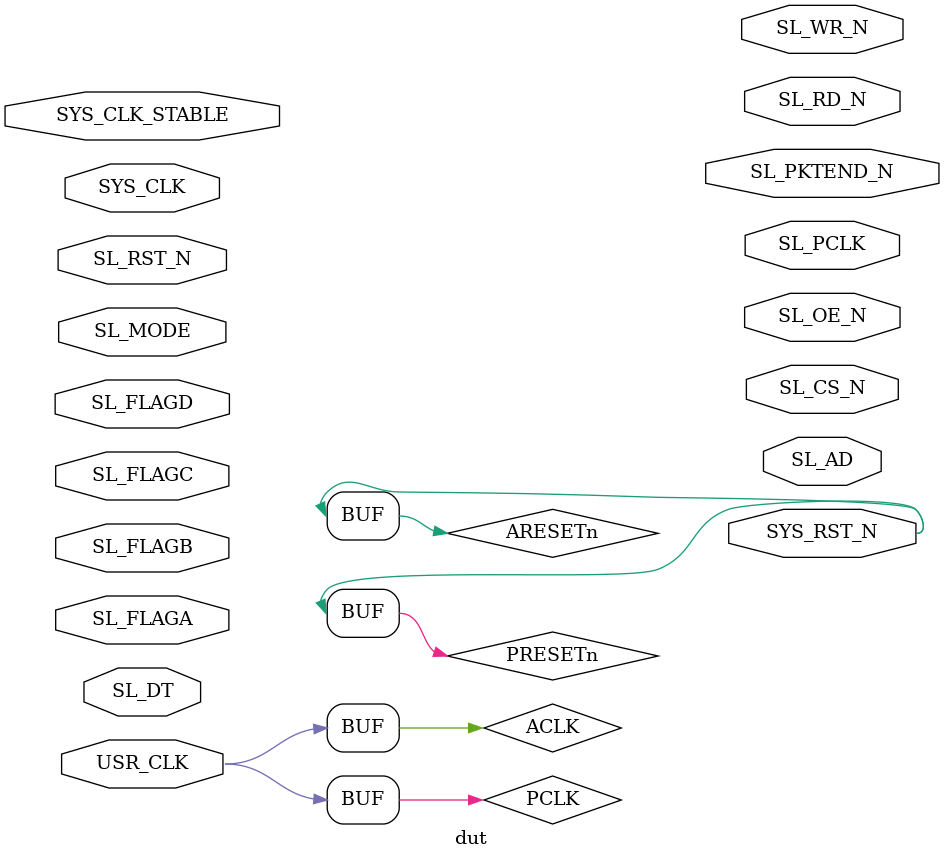
<source format=v>
`include "amba_axi_m8s2.v"
`include "axi_to_apb_s5.v"
`include "dpu_configuration.v"

module dut
     #(parameter FPGA_FAMILY       ="ZYNQ7000"
               , P_DATA_TYPE       ="INTEGER" // "INTEGER", "FLOATING_POINT", "FIXED_POINT"
               , P_DATA_WIDTH      = 32
               `ifdef DATA_FIXED_POINT
               , P_DATA_WIDTH_Q    = P_DATA_WIDTH/2
               `endif
               , P_AXI_WIDTH_AD    =32 // AMBA AXI address width
               , P_AXI_WIDTH_DA    =32 // AMBA AXI data width
               , P_ADDR_BASE_MEM   =32'h0000_0000, P_SIZE_MEM   =(16*1024)
               , P_ADDR_BASE_CONF  =32'hC000_0000, P_SIZE_CONF  =( 4*1024)
               , P_ADDR_BASE_CONV  =32'hC000_1000, P_SIZE_CONV  =( 4*1024)
               , P_ADDR_BASE_POOL  =32'hC000_2000, P_SIZE_POOL  =( 4*1024)
               , P_ADDR_BASE_LINEAR=32'hC000_3000, P_SIZE_LINEAR=( 4*1024)
               , P_ADDR_BASE_MOVER =32'hC000_4000, P_SIZE_MOVER =( 4*1024)
               , P_ADDR_BASE_DPU   =P_ADDR_BASE_CONF, P_SIZE_DPU=(P_ADDR_BASE_MOVER+P_SIZE_MOVER-P_ADDR_BASE_DPU)
               , P_CONV_KERNEL_MAX_SIZE    =7
               , P_CONV_KERNEL_FIFO_DEPTH  =(1<<$clog2(P_CONV_KERNEL_MAX_SIZE*P_CONV_KERNEL_MAX_SIZE))
               , P_CONV_FEATURE_FIFO_DEPTH =(1<<$clog2(P_CONV_KERNEL_MAX_SIZE*2))
               , P_CONV_CHANNEL_FIFO_DEPTH =(1<<$clog2(P_CONV_KERNEL_MAX_SIZE*2))
               , P_CONV_RESULT_FIFO_DEPTH  =(1<<$clog2(P_CONV_KERNEL_MAX_SIZE*2))
               , P_POOL_KERNEL_MAX_SIZE    =4
               , P_POOL_FEATURE_FIFO_DEPTH =(1<<$clog2(P_POOL_KERNEL_MAX_SIZE*2))
               , P_POOL_RESULT_FIFO_DEPTH  =(1<<$clog2(P_POOL_KERNEL_MAX_SIZE*2))
               , P_LINEAR_BLOCK_MAX_SIZE   =64 // max burst length
               , P_LINEAR_INPUT_FIFO_DEPTH =(1<<$clog2(P_LINEAR_BLOCK_MAX_SIZE*2))
               , P_LINEAR_WEIGHT_FIFO_DEPTH=P_LINEAR_INPUT_FIFO_DEPTH
               , P_LINEAR_RESULT_FIFO_DEPTH=16
               , P_MOVER_SRC_FIFO_DEPTH    =64
               , P_MOVER_RESULT_FIFO_DEPTH =32
               )
(
     input  wire                SYS_CLK_STABLE
   , input  wire                SYS_CLK   // master clock and goes to SL_PCLK
   , output wire                SYS_RST_N // by-pass of SL_RST_N
   `ifndef COSIM_BFM
   , input  wire                SL_RST_N
   , output wire                SL_CS_N
   , output wire                SL_PCLK   // by-pass of SYS_CLK after phase shift
   , output wire [ 1:0]         SL_AD
   , input  wire                SL_FLAGA // active-low empty (U2F)
   , input  wire                SL_FLAGB // active-low almost-empty
   , input  wire                SL_FLAGC // active-low full (F2U)
   , input  wire                SL_FLAGD // active-low almost-full
   , output wire                SL_RD_N
   , output wire                SL_WR_N
   , output wire                SL_OE_N // when low, let FX3 drive data through SL_DT_I
   , output wire                SL_PKTEND_N
   , inout  wire [31:0]         SL_DT
   , input  wire [ 1:0]         SL_MODE
   `endif
   , input  wire                USR_CLK
);
   //---------------------------------------------------------------------------
   wire interrupt_conv, interrupt_pool, interrupt_linear, interrupt_mover;
   //---------------------------------------------------------------------------
   `include "dut_axi.v"
   `include "dut_axi_to_apb.v"
   `ifdef COSIM_BFM
   `include "dut_bfm_cosim.v"
   `else
   `include "dut_bfm.v"
   `endif
   `include "dut_mem.v"
   `include "dut_dpu_configuration.v"
   `include "dut_convolution_2d.v"
   `include "dut_pooling_2d.v"
   `include "dut_linear_1d.v"
   `include "dut_mover_2d.v"
   //---------------------------------------------------------------------------
   // make sure axi_to_apb_sN.CLOCK_RATIO be 2'b00 when ACLK==PCLK.
   // make sure axi_to_apb_sN.CLOCK_RATIO be 2'b11 when ACLK!=PCLK.
   assign                   ARESETn=SYS_RST_N;
   assign                   ACLK   =USR_CLK;
   assign                   PRESETn=SYS_RST_N;
   assign                   PCLK   =USR_CLK;
   //---------------------------------------------------------------------------
endmodule
//------------------------------------------------------------------------------
// Revision History
//
// 2021.04.01: Started by Ando Ki (adki@future-ds.com)
//------------------------------------------------------------------------------

</source>
